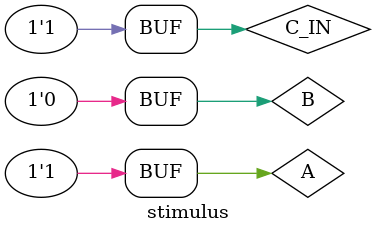
<source format=v>
`timescale 1ns/100ps

module stimulus;

// internal ports
reg A, B, C_IN;
wire SUM, C_OUT;

// instantiate a one-bit full adder
fulladd fa(SUM, C_OUT, A, B, C_IN);

// monitor inputs and outputs
initial
begin
        $monitor($time, " A = %b, B = %b, C_IN = %b, C_OUT = %b, SUM = %b\n", A, B, C_IN, C_OUT, SUM);
end

// set inputs
initial
begin
        A=1'b0; B=1'b0; C_IN=1'b0;
        #1 A = 1'b1;
        #1 B = 1'b1;
        #1 A = 1'b0;
        #1 C_IN = 1'b1;
        #1 A = 1'b1;
        #1 B = 1'b0;
        #1 A = 1'b1;
end

endmodule

</source>
